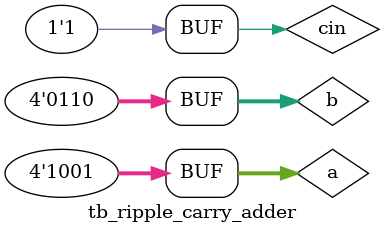
<source format=v>
/*verilator lint_off unusedsignal*/
module tb_ripple_carry_adder();
reg [3:0]a,b;
reg cin;
wire [3:0]sum;
wire cout;

ripple_carry_adder dut(
	.a(a),
	.b(b),
	.cin(cin),
	.sum(sum),
	.cout(cout)
);

initial begin

	$dumpfile("tb_ripple_carry_adder.vcd");
	$dumpvars(0,tb_ripple_carry_adder);

	a=4'b0000; b=4'b0000; cin=0;

	#10 a=4'b0001; b=4'b0001; cin=0; 
	#10 a=4'b0110; b=4'b0101; cin=0;
	#10 a=4'b1100; b=4'b1011; cin=1;
	#10 a=4'b1111; b=4'b1111; cin=0;
	#10 a=4'b1111; b=4'b1111; cin=1;
	#10 a=4'b1001; b=4'b0110; cin=1;
end
endmodule
/*verilator lint_on unusedsignal*/


</source>
